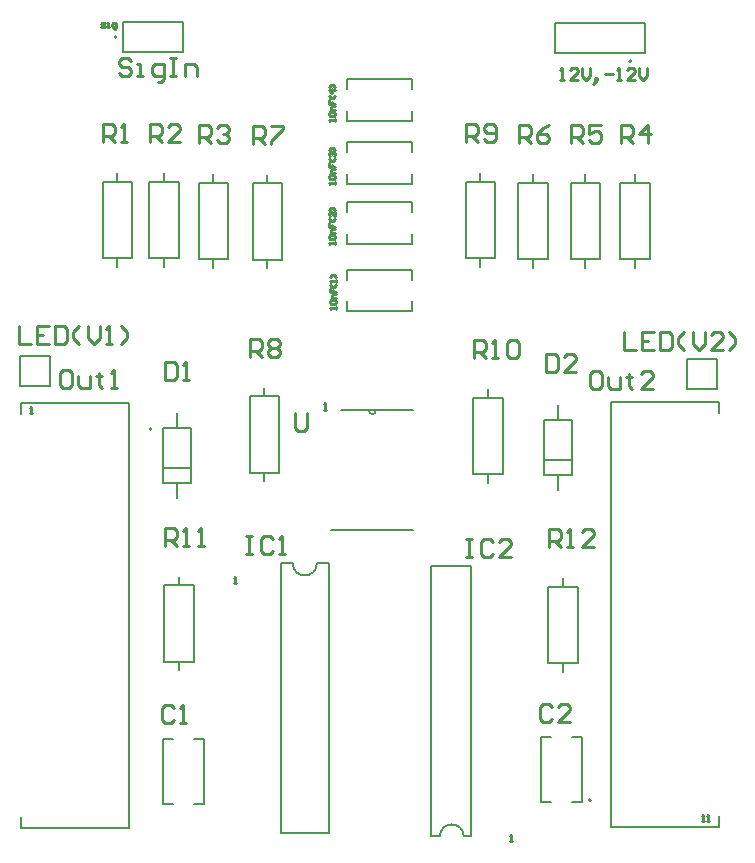
<source format=gto>
G04*
G04 #@! TF.GenerationSoftware,Altium Limited,Altium Designer,23.9.2 (47)*
G04*
G04 Layer_Color=65535*
%FSLAX44Y44*%
%MOMM*%
G71*
G04*
G04 #@! TF.SameCoordinates,B01C943C-82B9-4626-82FF-92624BC3EB66*
G04*
G04*
G04 #@! TF.FilePolarity,Positive*
G04*
G01*
G75*
%ADD10C,0.2000*%
%ADD11C,0.1524*%
%ADD12C,0.1270*%
%ADD13C,0.2540*%
D10*
X180280Y385520D02*
G03*
X180280Y385520I-1000J0D01*
G01*
X150710Y717550D02*
G03*
X150710Y717550I-1000J0D01*
G01*
X586470Y697080D02*
G03*
X586470Y697080I-1000J0D01*
G01*
X551970Y71230D02*
G03*
X551970Y71230I-1000J0D01*
G01*
X219910Y529310D02*
Y594310D01*
X244910D01*
Y529310D02*
Y594310D01*
X219910Y529310D02*
X244910D01*
X232410Y522060D02*
Y529310D01*
Y594310D02*
Y601560D01*
X190180Y339970D02*
Y386470D01*
Y339970D02*
X213680D01*
Y386470D01*
X190180D02*
X213680D01*
X201930D02*
Y399170D01*
Y327270D02*
Y339970D01*
X190180Y352670D02*
X213680D01*
X203200Y253480D02*
Y260730D01*
Y181230D02*
Y188480D01*
X190700D02*
X215700D01*
Y253480D01*
X190700D02*
X215700D01*
X190700Y188480D02*
Y253480D01*
X512760Y346320D02*
Y392820D01*
Y346320D02*
X536260D01*
Y392820D01*
X512760D02*
X536260D01*
X524510D02*
Y405520D01*
Y333620D02*
Y346320D01*
X512760Y359020D02*
X536260D01*
X528320Y252210D02*
Y259460D01*
Y179960D02*
Y187210D01*
X515820D02*
X540820D01*
Y252210D01*
X515820D02*
X540820D01*
X515820Y187210D02*
Y252210D01*
X576780Y529310D02*
Y594310D01*
X601780D01*
Y529310D02*
Y594310D01*
X576780Y529310D02*
X601780D01*
X589280Y522060D02*
Y529310D01*
Y594310D02*
Y601560D01*
X156210Y704850D02*
X207010D01*
X156210Y730250D02*
X207010D01*
Y704850D02*
Y730250D01*
X156210Y704850D02*
Y730250D01*
X598170Y703580D02*
Y728980D01*
X521970Y703580D02*
Y728980D01*
X598170D01*
X521970Y703580D02*
X598170D01*
X452320Y347230D02*
Y412230D01*
X477320D01*
Y347230D02*
Y412230D01*
X452320Y347230D02*
X477320D01*
X464820Y339980D02*
Y347230D01*
Y412230D02*
Y419480D01*
X633730Y419100D02*
X659130D01*
X633730Y444500D02*
X659130D01*
X633730Y419100D02*
Y444500D01*
X659130Y419100D02*
Y444500D01*
X458470Y595110D02*
Y602360D01*
Y522860D02*
Y530110D01*
X445970D02*
X470970D01*
Y595110D01*
X445970D02*
X470970D01*
X445970Y530110D02*
Y595110D01*
X275590Y413500D02*
Y420750D01*
Y341250D02*
Y348500D01*
X263090D02*
X288090D01*
Y413500D01*
X263090D02*
X288090D01*
X263090Y348500D02*
Y413500D01*
X278130Y593840D02*
Y601090D01*
Y521590D02*
Y528840D01*
X265630D02*
X290630D01*
Y593840D01*
X265630D02*
X290630D01*
X265630Y528840D02*
Y593840D01*
X502920Y594310D02*
Y601560D01*
Y522060D02*
Y529310D01*
X490420D02*
X515420D01*
Y594310D01*
X490420D02*
X515420D01*
X490420Y529310D02*
Y594310D01*
X547370D02*
Y601560D01*
Y522060D02*
Y529310D01*
X534870D02*
X559870D01*
Y594310D01*
X534870D02*
X559870D01*
X534870Y529310D02*
Y594310D01*
X190500Y595110D02*
Y602360D01*
Y522860D02*
Y530110D01*
X178000D02*
X203000D01*
Y595110D01*
X178000D02*
X203000D01*
X178000Y530110D02*
Y595110D01*
X151130D02*
Y602360D01*
Y522860D02*
Y530110D01*
X138630D02*
X163630D01*
Y595110D01*
X138630D02*
X163630D01*
X138630Y530110D02*
Y595110D01*
X68580Y421640D02*
X93980D01*
X68580Y447040D02*
X93980D01*
X68580Y421640D02*
Y447040D01*
X93980Y421640D02*
Y447040D01*
D11*
X444500Y40640D02*
G03*
X424180Y40640I-10160J0D01*
G01*
X299720Y271780D02*
G03*
X320040Y271780I10160J0D01*
G01*
X363982Y401320D02*
G03*
X370078Y401320I3048J0D01*
G01*
X450850Y245110D02*
Y253847D01*
Y40640D02*
Y245110D01*
Y253847D02*
Y269240D01*
X416560D02*
X450850D01*
X416560Y40640D02*
Y269240D01*
Y40640D02*
X424180D01*
X444500D02*
X450850D01*
X289560Y271780D02*
X299720D01*
X320040D02*
X330200D01*
X289560Y43180D02*
X330200D01*
X289560D02*
Y271780D01*
X330200Y43180D02*
Y271780D01*
X340360Y401320D02*
X363982D01*
X370078D01*
X401828D01*
X332232Y299720D02*
X401828D01*
D12*
X69280Y408020D02*
X161280D01*
X69280Y48020D02*
X161280D01*
Y408020D01*
X69280Y48020D02*
Y57320D01*
Y398720D02*
Y408020D01*
X189510Y68150D02*
Y123150D01*
X224510Y68150D02*
Y123150D01*
X189510D02*
X198060D01*
X189510Y68150D02*
X198060D01*
X215960Y123150D02*
X224510D01*
X215960Y68150D02*
X224510D01*
X509550Y69420D02*
Y124420D01*
X544550Y69420D02*
Y124420D01*
X509550D02*
X518100D01*
X509550Y69420D02*
X518100D01*
X536000Y124420D02*
X544550D01*
X536000Y69420D02*
X544550D01*
X345880Y593370D02*
Y601920D01*
X400880Y511870D02*
Y520420D01*
X345880Y511870D02*
Y520420D01*
X400880Y485420D02*
Y493970D01*
X345880Y485420D02*
Y493970D01*
Y520420D02*
X400880D01*
X345880Y485420D02*
X400880D01*
Y569020D02*
Y577570D01*
X345880Y569020D02*
Y577570D01*
X400880Y542570D02*
Y551120D01*
X345880Y542570D02*
Y551120D01*
Y577570D02*
X400880D01*
X345880Y542570D02*
X400880D01*
X345880Y593370D02*
X400880D01*
X345880Y628370D02*
X400880D01*
Y593370D02*
Y601920D01*
X345880Y619820D02*
Y628370D01*
X400880Y619820D02*
Y628370D01*
X345880Y646710D02*
X400880D01*
X345880Y681710D02*
X400880D01*
X345880Y646710D02*
Y655260D01*
X400880Y646710D02*
Y655260D01*
X345880Y673160D02*
Y681710D01*
X400880Y673160D02*
Y681710D01*
X568970Y48730D02*
X660970D01*
X568970Y408730D02*
X660970D01*
X568970Y48730D02*
Y408730D01*
X660970Y399430D02*
Y408730D01*
Y48730D02*
Y58030D01*
D13*
X110495Y435607D02*
X105417D01*
X102878Y433068D01*
Y422912D01*
X105417Y420373D01*
X110495D01*
X113034Y422912D01*
Y433068D01*
X110495Y435607D01*
X118113Y430529D02*
Y422912D01*
X120652Y420373D01*
X128270D01*
Y430529D01*
X135887Y433068D02*
Y430529D01*
X133348D01*
X138426D01*
X135887D01*
Y422912D01*
X138426Y420373D01*
X146044D02*
X151122D01*
X148583D01*
Y435607D01*
X146044Y433068D01*
X220472Y627634D02*
Y642869D01*
X228090D01*
X230629Y640330D01*
Y635252D01*
X228090Y632712D01*
X220472D01*
X225550D02*
X230629Y627634D01*
X235707Y640330D02*
X238246Y642869D01*
X243325D01*
X245864Y640330D01*
Y637791D01*
X243325Y635252D01*
X240785D01*
X243325D01*
X245864Y632712D01*
Y630173D01*
X243325Y627634D01*
X238246D01*
X235707Y630173D01*
X191770Y442463D02*
Y427228D01*
X199387D01*
X201927Y429767D01*
Y439924D01*
X199387Y442463D01*
X191770D01*
X207005Y427228D02*
X212083D01*
X209544D01*
Y442463D01*
X207005Y439924D01*
X191262Y286766D02*
Y302001D01*
X198880D01*
X201419Y299462D01*
Y294384D01*
X198880Y291844D01*
X191262D01*
X196340D02*
X201419Y286766D01*
X206497D02*
X211575D01*
X209036D01*
Y302001D01*
X206497Y299462D01*
X219193Y286766D02*
X224271D01*
X221732D01*
Y302001D01*
X219193Y299462D01*
X199387Y149348D02*
X196847Y151887D01*
X191769D01*
X189230Y149348D01*
Y139191D01*
X191769Y136652D01*
X196847D01*
X199387Y139191D01*
X204465Y136652D02*
X209543D01*
X207004D01*
Y151887D01*
X204465Y149348D01*
X514350Y448813D02*
Y433578D01*
X521968D01*
X524507Y436117D01*
Y446274D01*
X521968Y448813D01*
X514350D01*
X539742Y433578D02*
X529585D01*
X539742Y443735D01*
Y446274D01*
X537203Y448813D01*
X532124D01*
X529585Y446274D01*
X516382Y285496D02*
Y300731D01*
X523999D01*
X526539Y298192D01*
Y293113D01*
X523999Y290574D01*
X516382D01*
X521460D02*
X526539Y285496D01*
X531617D02*
X536695D01*
X534156D01*
Y300731D01*
X531617Y298192D01*
X554470Y285496D02*
X544313D01*
X554470Y295653D01*
Y298192D01*
X551931Y300731D01*
X546852D01*
X544313Y298192D01*
X519427Y150618D02*
X516888Y153157D01*
X511809D01*
X509270Y150618D01*
Y140461D01*
X511809Y137922D01*
X516888D01*
X519427Y140461D01*
X534662Y137922D02*
X524505D01*
X534662Y148079D01*
Y150618D01*
X532123Y153157D01*
X527044D01*
X524505Y150618D01*
X137160Y725646D02*
X139779D01*
X140652Y726519D01*
X139779Y727392D01*
X138033D01*
X137160Y728265D01*
X138033Y729138D01*
X140652D01*
X142398Y725646D02*
X144144D01*
X143271D01*
Y729138D01*
X142398D01*
X148510Y723900D02*
X149383D01*
X150256Y724773D01*
Y729138D01*
X147637D01*
X146763Y728265D01*
Y726519D01*
X147637Y725646D01*
X150256D01*
X483870Y36830D02*
X485616D01*
X484743D01*
Y42068D01*
X483870Y41195D01*
X250190Y255270D02*
X251936D01*
X251063D01*
Y260508D01*
X250190Y259635D01*
X326157Y402082D02*
X327903D01*
X327030D01*
Y407320D01*
X326157Y406447D01*
X646430Y53340D02*
X648176D01*
X647303D01*
Y58578D01*
X646430Y57705D01*
X650795Y53340D02*
X652541D01*
X651668D01*
Y58578D01*
X650795Y57705D01*
X77470Y398780D02*
X79216D01*
X78343D01*
Y404018D01*
X77470Y403145D01*
X446024Y292857D02*
X451102D01*
X448563D01*
Y277622D01*
X446024D01*
X451102D01*
X468877Y290318D02*
X466337Y292857D01*
X461259D01*
X458720Y290318D01*
Y280161D01*
X461259Y277622D01*
X466337D01*
X468877Y280161D01*
X484112Y277622D02*
X473955D01*
X484112Y287779D01*
Y290318D01*
X481572Y292857D01*
X476494D01*
X473955Y290318D01*
X260096Y295397D02*
X265174D01*
X262635D01*
Y280162D01*
X260096D01*
X265174D01*
X282949Y292858D02*
X280409Y295397D01*
X275331D01*
X272792Y292858D01*
Y282701D01*
X275331Y280162D01*
X280409D01*
X282949Y282701D01*
X288027Y280162D02*
X293105D01*
X290566D01*
Y295397D01*
X288027Y292858D01*
X335239Y646675D02*
Y648341D01*
Y647508D01*
X330241D01*
X331074Y646675D01*
Y650840D02*
X330241Y651673D01*
Y653339D01*
X331074Y654173D01*
X334406D01*
X335239Y653339D01*
Y651673D01*
X334406Y650840D01*
X331074D01*
X335239Y655839D02*
X331907D01*
Y658338D01*
X332740Y659171D01*
X335239D01*
X330241Y664169D02*
Y660837D01*
X332740D01*
Y662503D01*
Y660837D01*
X335239D01*
Y667501D02*
X333573Y665835D01*
X331907D01*
X330241Y667501D01*
X335239Y672500D02*
X330241D01*
X332740Y670001D01*
Y673333D01*
X335239Y674999D02*
X333573Y676665D01*
X331907D01*
X330241Y674999D01*
X335239Y593335D02*
Y595001D01*
Y594168D01*
X330241D01*
X331074Y593335D01*
Y597500D02*
X330241Y598333D01*
Y599999D01*
X331074Y600832D01*
X334406D01*
X335239Y599999D01*
Y598333D01*
X334406Y597500D01*
X331074D01*
X335239Y602499D02*
X331907D01*
Y604998D01*
X332740Y605831D01*
X335239D01*
X330241Y610829D02*
Y607497D01*
X332740D01*
Y609163D01*
Y607497D01*
X335239D01*
Y614161D02*
X333573Y612495D01*
X331907D01*
X330241Y614161D01*
X331074Y616661D02*
X330241Y617494D01*
Y619160D01*
X331074Y619993D01*
X331907D01*
X332740Y619160D01*
Y618327D01*
Y619160D01*
X333573Y619993D01*
X334406D01*
X335239Y619160D01*
Y617494D01*
X334406Y616661D01*
X335239Y621659D02*
X333573Y623325D01*
X331907D01*
X330241Y621659D01*
X335239Y542535D02*
Y544201D01*
Y543368D01*
X330241D01*
X331074Y542535D01*
Y546700D02*
X330241Y547533D01*
Y549199D01*
X331074Y550033D01*
X334406D01*
X335239Y549199D01*
Y547533D01*
X334406Y546700D01*
X331074D01*
X335239Y551699D02*
X331907D01*
Y554198D01*
X332740Y555031D01*
X335239D01*
X330241Y560029D02*
Y556697D01*
X332740D01*
Y558363D01*
Y556697D01*
X335239D01*
Y563361D02*
X333573Y561695D01*
X331907D01*
X330241Y563361D01*
X335239Y569193D02*
Y565861D01*
X331907Y569193D01*
X331074D01*
X330241Y568360D01*
Y566694D01*
X331074Y565861D01*
X335239Y570859D02*
X333573Y572525D01*
X331907D01*
X330241Y570859D01*
X336509Y487071D02*
Y488737D01*
Y487905D01*
X331511D01*
X332344Y487071D01*
Y491237D02*
X331511Y492070D01*
Y493736D01*
X332344Y494569D01*
X335676D01*
X336509Y493736D01*
Y492070D01*
X335676Y491237D01*
X332344D01*
X336509Y496235D02*
X333177D01*
Y498734D01*
X334010Y499567D01*
X336509D01*
X331511Y504566D02*
Y501233D01*
X334010D01*
Y502900D01*
Y501233D01*
X336509D01*
Y507898D02*
X334843Y506232D01*
X333177D01*
X331511Y507898D01*
X336509Y510397D02*
Y512063D01*
Y511230D01*
X331511D01*
X332344Y510397D01*
X336509Y514562D02*
X334843Y516229D01*
X333177D01*
X331511Y514562D01*
X301752Y399537D02*
Y386841D01*
X304291Y384302D01*
X309370D01*
X311909Y386841D01*
Y399537D01*
X162567Y697227D02*
X160028Y699767D01*
X154950D01*
X152411Y697227D01*
Y694688D01*
X154950Y692149D01*
X160028D01*
X162567Y689610D01*
Y687071D01*
X160028Y684532D01*
X154950D01*
X152411Y687071D01*
X167646Y684532D02*
X172724D01*
X170185D01*
Y694688D01*
X167646D01*
X185420Y679453D02*
X187959D01*
X190498Y681992D01*
Y694688D01*
X182881D01*
X180342Y692149D01*
Y687071D01*
X182881Y684532D01*
X190498D01*
X195577Y699767D02*
X200655D01*
X198116D01*
Y684532D01*
X195577D01*
X200655D01*
X208273D02*
Y694688D01*
X215890D01*
X218429Y692149D01*
Y684532D01*
X452882Y445516D02*
Y460751D01*
X460499D01*
X463039Y458212D01*
Y453134D01*
X460499Y450594D01*
X452882D01*
X457960D02*
X463039Y445516D01*
X468117D02*
X473195D01*
X470656D01*
Y460751D01*
X468117Y458212D01*
X480813D02*
X483352Y460751D01*
X488430D01*
X490970Y458212D01*
Y448055D01*
X488430Y445516D01*
X483352D01*
X480813Y448055D01*
Y458212D01*
X446532Y628396D02*
Y643631D01*
X454150D01*
X456689Y641092D01*
Y636013D01*
X454150Y633474D01*
X446532D01*
X451610D02*
X456689Y628396D01*
X461767Y630935D02*
X464306Y628396D01*
X469385D01*
X471924Y630935D01*
Y641092D01*
X469385Y643631D01*
X464306D01*
X461767Y641092D01*
Y638553D01*
X464306Y636013D01*
X471924D01*
X263652Y446786D02*
Y462021D01*
X271269D01*
X273809Y459482D01*
Y454403D01*
X271269Y451864D01*
X263652D01*
X268730D02*
X273809Y446786D01*
X278887Y459482D02*
X281426Y462021D01*
X286505D01*
X289044Y459482D01*
Y456943D01*
X286505Y454403D01*
X289044Y451864D01*
Y449325D01*
X286505Y446786D01*
X281426D01*
X278887Y449325D01*
Y451864D01*
X281426Y454403D01*
X278887Y456943D01*
Y459482D01*
X281426Y454403D02*
X286505D01*
X266192Y627126D02*
Y642361D01*
X273810D01*
X276349Y639822D01*
Y634743D01*
X273810Y632204D01*
X266192D01*
X271270D02*
X276349Y627126D01*
X281427Y642361D02*
X291584D01*
Y639822D01*
X281427Y629665D01*
Y627126D01*
X490982Y627634D02*
Y642869D01*
X498600D01*
X501139Y640330D01*
Y635252D01*
X498600Y632712D01*
X490982D01*
X496060D02*
X501139Y627634D01*
X516374Y642869D02*
X511295Y640330D01*
X506217Y635252D01*
Y630173D01*
X508756Y627634D01*
X513835D01*
X516374Y630173D01*
Y632712D01*
X513835Y635252D01*
X506217D01*
X535432Y627634D02*
Y642869D01*
X543050D01*
X545589Y640330D01*
Y635252D01*
X543050Y632712D01*
X535432D01*
X540510D02*
X545589Y627634D01*
X560824Y642869D02*
X550667D01*
Y635252D01*
X555745Y637791D01*
X558285D01*
X560824Y635252D01*
Y630173D01*
X558285Y627634D01*
X553206D01*
X550667Y630173D01*
X577342Y627634D02*
Y642869D01*
X584959D01*
X587499Y640330D01*
Y635252D01*
X584959Y632712D01*
X577342D01*
X582420D02*
X587499Y627634D01*
X600195D02*
Y642869D01*
X592577Y635252D01*
X602734D01*
X178562Y628396D02*
Y643631D01*
X186180D01*
X188719Y641092D01*
Y636013D01*
X186180Y633474D01*
X178562D01*
X183640D02*
X188719Y628396D01*
X203954D02*
X193797D01*
X203954Y638553D01*
Y641092D01*
X201415Y643631D01*
X196336D01*
X193797Y641092D01*
X139192Y628396D02*
Y643631D01*
X146810D01*
X149349Y641092D01*
Y636013D01*
X146810Y633474D01*
X139192D01*
X144270D02*
X149349Y628396D01*
X154427D02*
X159505D01*
X156966D01*
Y643631D01*
X154427Y641092D01*
X559052Y434335D02*
X553973D01*
X551434Y431796D01*
Y421639D01*
X553973Y419100D01*
X559052D01*
X561591Y421639D01*
Y431796D01*
X559052Y434335D01*
X566669Y429257D02*
Y421639D01*
X569208Y419100D01*
X576826D01*
Y429257D01*
X584443Y431796D02*
Y429257D01*
X581904D01*
X586982D01*
X584443D01*
Y421639D01*
X586982Y419100D01*
X604757D02*
X594600D01*
X604757Y429257D01*
Y431796D01*
X602218Y434335D01*
X597139D01*
X594600Y431796D01*
X580405Y467357D02*
Y452122D01*
X590562D01*
X605797Y467357D02*
X595640D01*
Y452122D01*
X605797D01*
X595640Y459740D02*
X600719D01*
X610875Y467357D02*
Y452122D01*
X618493D01*
X621032Y454662D01*
Y464818D01*
X618493Y467357D01*
X610875D01*
X631189Y452122D02*
X626110Y457201D01*
Y462279D01*
X631189Y467357D01*
X638806D02*
Y457201D01*
X643885Y452122D01*
X648963Y457201D01*
Y467357D01*
X664198Y452122D02*
X654041D01*
X664198Y462279D01*
Y464818D01*
X661659Y467357D01*
X656581D01*
X654041Y464818D01*
X669277Y452122D02*
X674355Y457201D01*
Y462279D01*
X669277Y467357D01*
X68326Y472689D02*
Y457454D01*
X78483D01*
X93718Y472689D02*
X83561D01*
Y457454D01*
X93718D01*
X83561Y465071D02*
X88639D01*
X98796Y472689D02*
Y457454D01*
X106414D01*
X108953Y459993D01*
Y470150D01*
X106414Y472689D01*
X98796D01*
X119110Y457454D02*
X114031Y462532D01*
Y467611D01*
X119110Y472689D01*
X126727D02*
Y462532D01*
X131805Y457454D01*
X136884Y462532D01*
Y472689D01*
X141962Y457454D02*
X147041D01*
X144501D01*
Y472689D01*
X141962Y470150D01*
X154658Y457454D02*
X159736Y462532D01*
Y467611D01*
X154658Y472689D01*
X525955Y681198D02*
X529287D01*
X527621D01*
Y691195D01*
X525955Y689528D01*
X540950Y681198D02*
X534286D01*
X540950Y687862D01*
Y689528D01*
X539284Y691195D01*
X535952D01*
X534286Y689528D01*
X544283Y691195D02*
Y684530D01*
X547615Y681198D01*
X550947Y684530D01*
Y691195D01*
X555946Y679532D02*
X557612Y681198D01*
Y682864D01*
X555946D01*
Y681198D01*
X557612D01*
X555946Y679532D01*
X554279Y677866D01*
X564276Y686196D02*
X570941D01*
X574273Y681198D02*
X577605D01*
X575939D01*
Y691195D01*
X574273Y689528D01*
X589268Y681198D02*
X582604D01*
X589268Y687862D01*
Y689528D01*
X587602Y691195D01*
X584270D01*
X582604Y689528D01*
X592600Y691195D02*
Y684530D01*
X595933Y681198D01*
X599265Y684530D01*
Y691195D01*
M02*

</source>
